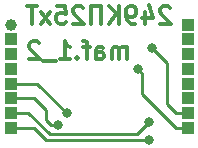
<source format=gbr>
G04 #@! TF.GenerationSoftware,KiCad,Pcbnew,(5.0.0)*
G04 #@! TF.CreationDate,2019-04-19T16:10:29+03:00*
G04 #@! TF.ProjectId,249__25__,3234391A1F323511222E6B696361645F,rev?*
G04 #@! TF.SameCoordinates,Original*
G04 #@! TF.FileFunction,Copper,L2,Bot,Signal*
G04 #@! TF.FilePolarity,Positive*
%FSLAX46Y46*%
G04 Gerber Fmt 4.6, Leading zero omitted, Abs format (unit mm)*
G04 Created by KiCad (PCBNEW (5.0.0)) date 04/19/19 16:10:29*
%MOMM*%
%LPD*%
G01*
G04 APERTURE LIST*
G04 #@! TA.AperFunction,NonConductor*
%ADD10C,0.300000*%
G04 #@! TD*
G04 #@! TA.AperFunction,ComponentPad*
%ADD11C,1.000000*%
G04 #@! TD*
G04 #@! TA.AperFunction,ComponentPad*
%ADD12R,1.000000X1.000000*%
G04 #@! TD*
G04 #@! TA.AperFunction,ViaPad*
%ADD13C,0.800000*%
G04 #@! TD*
G04 #@! TA.AperFunction,Conductor*
%ADD14C,0.250000*%
G04 #@! TD*
G04 APERTURE END LIST*
D10*
X128357142Y-70928571D02*
X128357142Y-69928571D01*
X128357142Y-70071428D02*
X128285714Y-70000000D01*
X128142857Y-69928571D01*
X127928571Y-69928571D01*
X127785714Y-70000000D01*
X127714285Y-70142857D01*
X127714285Y-70928571D01*
X127714285Y-70142857D02*
X127642857Y-70000000D01*
X127500000Y-69928571D01*
X127285714Y-69928571D01*
X127142857Y-70000000D01*
X127071428Y-70142857D01*
X127071428Y-70928571D01*
X125714285Y-70928571D02*
X125714285Y-70142857D01*
X125785714Y-70000000D01*
X125928571Y-69928571D01*
X126214285Y-69928571D01*
X126357142Y-70000000D01*
X125714285Y-70857142D02*
X125857142Y-70928571D01*
X126214285Y-70928571D01*
X126357142Y-70857142D01*
X126428571Y-70714285D01*
X126428571Y-70571428D01*
X126357142Y-70428571D01*
X126214285Y-70357142D01*
X125857142Y-70357142D01*
X125714285Y-70285714D01*
X125214285Y-69928571D02*
X124642857Y-69928571D01*
X125000000Y-70928571D02*
X125000000Y-69642857D01*
X124928571Y-69500000D01*
X124785714Y-69428571D01*
X124642857Y-69428571D01*
X124142857Y-70785714D02*
X124071428Y-70857142D01*
X124142857Y-70928571D01*
X124214285Y-70857142D01*
X124142857Y-70785714D01*
X124142857Y-70928571D01*
X122642857Y-70928571D02*
X123500000Y-70928571D01*
X123071428Y-70928571D02*
X123071428Y-69428571D01*
X123214285Y-69642857D01*
X123357142Y-69785714D01*
X123500000Y-69857142D01*
X122357142Y-71071428D02*
X121214285Y-71071428D01*
X120928571Y-69571428D02*
X120857142Y-69500000D01*
X120714285Y-69428571D01*
X120357142Y-69428571D01*
X120214285Y-69500000D01*
X120142857Y-69571428D01*
X120071428Y-69714285D01*
X120071428Y-69857142D01*
X120142857Y-70071428D01*
X121000000Y-70928571D01*
X120071428Y-70928571D01*
X132000000Y-66571428D02*
X131928571Y-66500000D01*
X131785714Y-66428571D01*
X131428571Y-66428571D01*
X131285714Y-66500000D01*
X131214285Y-66571428D01*
X131142857Y-66714285D01*
X131142857Y-66857142D01*
X131214285Y-67071428D01*
X132071428Y-67928571D01*
X131142857Y-67928571D01*
X129857142Y-66928571D02*
X129857142Y-67928571D01*
X130214285Y-66357142D02*
X130571428Y-67428571D01*
X129642857Y-67428571D01*
X129000000Y-67928571D02*
X128714285Y-67928571D01*
X128571428Y-67857142D01*
X128500000Y-67785714D01*
X128357142Y-67571428D01*
X128285714Y-67285714D01*
X128285714Y-66714285D01*
X128357142Y-66571428D01*
X128428571Y-66500000D01*
X128571428Y-66428571D01*
X128857142Y-66428571D01*
X129000000Y-66500000D01*
X129071428Y-66571428D01*
X129142857Y-66714285D01*
X129142857Y-67071428D01*
X129071428Y-67214285D01*
X129000000Y-67285714D01*
X128857142Y-67357142D01*
X128571428Y-67357142D01*
X128428571Y-67285714D01*
X128357142Y-67214285D01*
X128285714Y-67071428D01*
X127642857Y-67928571D02*
X127642857Y-66428571D01*
X126785714Y-67928571D02*
X127428571Y-67071428D01*
X126785714Y-66428571D02*
X127642857Y-67285714D01*
X126142857Y-67928571D02*
X126142857Y-66428571D01*
X125285714Y-66428571D01*
X125285714Y-67928571D01*
X124642857Y-66571428D02*
X124571428Y-66500000D01*
X124428571Y-66428571D01*
X124071428Y-66428571D01*
X123928571Y-66500000D01*
X123857142Y-66571428D01*
X123785714Y-66714285D01*
X123785714Y-66857142D01*
X123857142Y-67071428D01*
X124714285Y-67928571D01*
X123785714Y-67928571D01*
X122428571Y-66428571D02*
X123142857Y-66428571D01*
X123214285Y-67142857D01*
X123142857Y-67071428D01*
X123000000Y-67000000D01*
X122642857Y-67000000D01*
X122500000Y-67071428D01*
X122428571Y-67142857D01*
X122357142Y-67285714D01*
X122357142Y-67642857D01*
X122428571Y-67785714D01*
X122500000Y-67857142D01*
X122642857Y-67928571D01*
X123000000Y-67928571D01*
X123142857Y-67857142D01*
X123214285Y-67785714D01*
X121857142Y-67928571D02*
X121071428Y-66928571D01*
X121857142Y-66928571D02*
X121071428Y-67928571D01*
X120714285Y-66428571D02*
X119857142Y-66428571D01*
X120285714Y-67928571D02*
X120285714Y-66428571D01*
D11*
G04 #@! TO.P,DA1,1*
G04 #@! TO.N,/in_1*
X118500000Y-68000000D03*
D12*
G04 #@! TO.P,DA1,16*
G04 #@! TO.N,/out1_1*
X133500000Y-68000000D03*
G04 #@! TO.P,DA1,2*
G04 #@! TO.N,/gnd_1*
X118500000Y-69250000D03*
G04 #@! TO.P,DA1,15*
G04 #@! TO.N,/out2_1*
X133500000Y-69250000D03*
G04 #@! TO.P,DA1,3*
G04 #@! TO.N,/in_2*
X118500000Y-70500000D03*
G04 #@! TO.P,DA1,14*
G04 #@! TO.N,/out1_2*
X133500000Y-70500000D03*
G04 #@! TO.P,DA1,4*
G04 #@! TO.N,/gnd_2*
X118500000Y-71750000D03*
G04 #@! TO.P,DA1,13*
G04 #@! TO.N,/out2_2*
X133500000Y-71750000D03*
G04 #@! TO.P,DA1,5*
G04 #@! TO.N,/in_3*
X118500000Y-73000000D03*
G04 #@! TO.P,DA1,12*
G04 #@! TO.N,/out1_3*
X133500000Y-73000000D03*
G04 #@! TO.P,DA1,6*
G04 #@! TO.N,/gnd_3*
X118500000Y-74250000D03*
G04 #@! TO.P,DA1,11*
G04 #@! TO.N,/out2_3*
X133500000Y-74250000D03*
G04 #@! TO.P,DA1,7*
G04 #@! TO.N,/in_4*
X118500000Y-75500000D03*
G04 #@! TO.P,DA1,10*
G04 #@! TO.N,/out1_4*
X133500000Y-75500000D03*
G04 #@! TO.P,DA1,8*
G04 #@! TO.N,/gnd_4*
X118500000Y-76750000D03*
G04 #@! TO.P,DA1,9*
G04 #@! TO.N,/out2_4*
X133500000Y-76750000D03*
G04 #@! TD*
D13*
G04 #@! TO.N,/in_3*
X123250000Y-75500000D03*
G04 #@! TO.N,/gnd_3*
X122500000Y-76500000D03*
G04 #@! TO.N,/in_4*
X130250000Y-76250000D03*
G04 #@! TO.N,/out1_4*
X130500000Y-70000000D03*
G04 #@! TO.N,/gnd_4*
X130250000Y-77750000D03*
G04 #@! TO.N,/out2_4*
X129250000Y-71750000D03*
G04 #@! TD*
D14*
G04 #@! TO.N,/in_3*
X120750000Y-73000000D02*
X123250000Y-75500000D01*
X118500000Y-73000000D02*
X120750000Y-73000000D01*
G04 #@! TO.N,/gnd_3*
X121934315Y-76500000D02*
X121500000Y-76065685D01*
X122500000Y-76500000D02*
X121934315Y-76500000D01*
X121500000Y-76065685D02*
X121500000Y-75250000D01*
X120500000Y-74250000D02*
X118500000Y-74250000D01*
X121500000Y-75250000D02*
X120500000Y-74250000D01*
G04 #@! TO.N,/in_4*
X130250000Y-76250000D02*
X129200011Y-77299989D01*
X129200011Y-77299989D02*
X121799989Y-77299989D01*
X121799989Y-77299989D02*
X120000000Y-75500000D01*
X119250000Y-75500000D02*
X118500000Y-75500000D01*
X120000000Y-75500000D02*
X119250000Y-75500000D01*
G04 #@! TO.N,/out1_4*
X130500000Y-70000000D02*
X131750000Y-71250000D01*
X131750000Y-71250000D02*
X131750000Y-74750000D01*
X132500000Y-75500000D02*
X133500000Y-75500000D01*
X131750000Y-74750000D02*
X132500000Y-75500000D01*
G04 #@! TO.N,/gnd_4*
X119750000Y-76750000D02*
X118500000Y-76750000D01*
X120500000Y-76750000D02*
X119750000Y-76750000D01*
X121500000Y-77750000D02*
X120500000Y-76750000D01*
X130250000Y-77750000D02*
X121500000Y-77750000D01*
G04 #@! TO.N,/out2_4*
X129649999Y-72149999D02*
X129649999Y-73899999D01*
X129250000Y-71750000D02*
X129649999Y-72149999D01*
X132500000Y-76750000D02*
X133500000Y-76750000D01*
X129649999Y-73899999D02*
X132500000Y-76750000D01*
G04 #@! TD*
M02*

</source>
